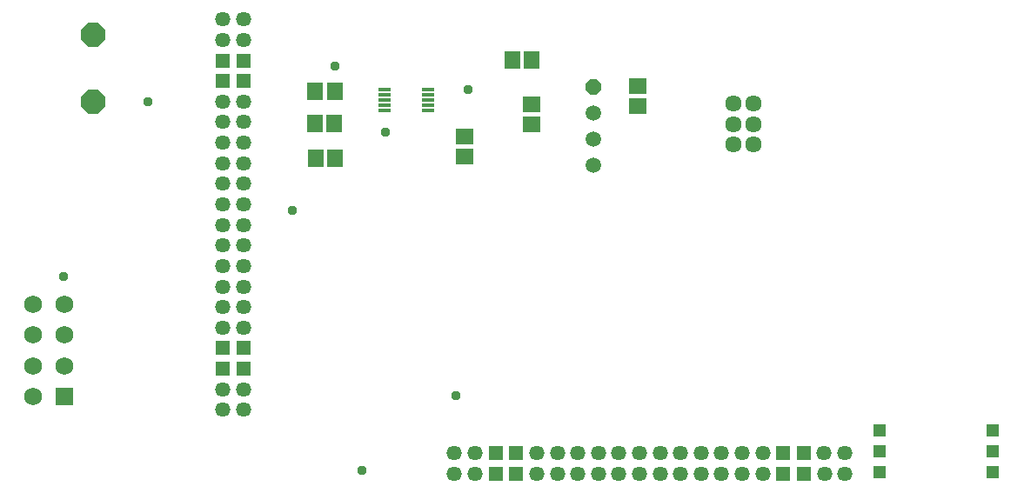
<source format=gbr>
G04 EAGLE Gerber RS-274X export*
G75*
%MOMM*%
%FSLAX34Y34*%
%LPD*%
%INSoldermask Top*%
%IPPOS*%
%AMOC8*
5,1,8,0,0,1.08239X$1,22.5*%
G01*
%ADD10R,1.461200X1.461200*%
%ADD11C,1.461200*%
%ADD12P,2.556822X8X112.500000*%
%ADD13C,1.733200*%
%ADD14R,1.733200X1.733200*%
%ADD15R,1.311200X1.311200*%
%ADD16R,1.203200X0.453200*%
%ADD17R,1.503200X1.703200*%
%ADD18R,1.703200X1.503200*%
%ADD19C,1.611200*%
%ADD20P,1.635708X8X292.500000*%
%ADD21C,1.511200*%
%ADD22C,0.959600*%


D10*
X770700Y51500D03*
X750700Y51500D03*
X770700Y31500D03*
X750700Y31500D03*
X490700Y51500D03*
X470600Y51400D03*
X490700Y31500D03*
X470700Y31600D03*
X225400Y153700D03*
X225400Y133700D03*
X205500Y133700D03*
X205500Y153700D03*
X205400Y413700D03*
X225300Y413800D03*
X205400Y433600D03*
X225600Y433700D03*
D11*
X810700Y51400D03*
X790600Y51500D03*
X810600Y31500D03*
X790700Y31600D03*
X730600Y51400D03*
X730700Y31400D03*
X710600Y51400D03*
X710700Y31400D03*
X690700Y31400D03*
X690600Y51400D03*
X670600Y51400D03*
X670500Y31400D03*
X650600Y51500D03*
X650700Y31400D03*
X630700Y51400D03*
X630600Y31500D03*
X610600Y51400D03*
X610700Y31400D03*
X590600Y51500D03*
X590600Y31500D03*
X570600Y51500D03*
X570600Y31400D03*
X550700Y51500D03*
X550700Y31400D03*
X530700Y51500D03*
X530700Y31400D03*
X510600Y51500D03*
X510600Y31400D03*
X450700Y51500D03*
X450700Y31400D03*
X430600Y51500D03*
X430600Y31400D03*
X225400Y113800D03*
X225400Y93700D03*
X205300Y113800D03*
X205300Y93700D03*
X225400Y193800D03*
X225400Y173700D03*
X205300Y193800D03*
X205300Y173700D03*
X225300Y233800D03*
X225300Y213700D03*
X205200Y233800D03*
X205200Y213700D03*
X225300Y273800D03*
X225300Y253700D03*
X205200Y273800D03*
X205200Y253700D03*
X225400Y313800D03*
X225400Y293700D03*
X205300Y313800D03*
X205300Y293700D03*
X225400Y353800D03*
X225400Y333700D03*
X205300Y353800D03*
X205300Y333700D03*
X225400Y393900D03*
X225400Y373800D03*
X205300Y393900D03*
X205300Y373800D03*
X225400Y473800D03*
X225400Y453700D03*
X205300Y473800D03*
X205300Y453700D03*
D12*
X79000Y393488D03*
X79000Y458512D03*
D13*
X50800Y136500D03*
X20800Y136500D03*
X50800Y166500D03*
X20800Y166500D03*
D14*
X50800Y106500D03*
D13*
X50800Y196500D03*
X20800Y106500D03*
X20800Y196500D03*
D15*
X844000Y73200D03*
X844000Y53200D03*
X844000Y33200D03*
X954800Y33200D03*
X954800Y53200D03*
X954800Y73200D03*
D16*
X405131Y385500D03*
X405131Y390500D03*
X405131Y395500D03*
X405131Y400500D03*
X405131Y405500D03*
X362869Y405500D03*
X362869Y400500D03*
X362869Y395500D03*
X362869Y390500D03*
X362869Y385500D03*
D17*
X314500Y338500D03*
X295500Y338500D03*
X294500Y372500D03*
X313500Y372500D03*
X295000Y403500D03*
X314000Y403500D03*
D18*
X440500Y359500D03*
X440500Y340500D03*
D17*
X506000Y434500D03*
X487000Y434500D03*
D18*
X506000Y391000D03*
X506000Y372000D03*
D19*
X702000Y392000D03*
X722000Y392000D03*
X702000Y372000D03*
X722000Y372000D03*
X702000Y352000D03*
X722000Y352000D03*
D20*
X566000Y408100D03*
D21*
X566000Y382700D03*
X566000Y357300D03*
X566000Y331900D03*
D18*
X609000Y408500D03*
X609000Y389500D03*
D22*
X79588Y459100D03*
X50500Y223600D03*
X131988Y393488D03*
X272500Y288000D03*
X314500Y428000D03*
X443500Y405500D03*
X363500Y364000D03*
X432200Y107400D03*
X341000Y34500D03*
M02*

</source>
